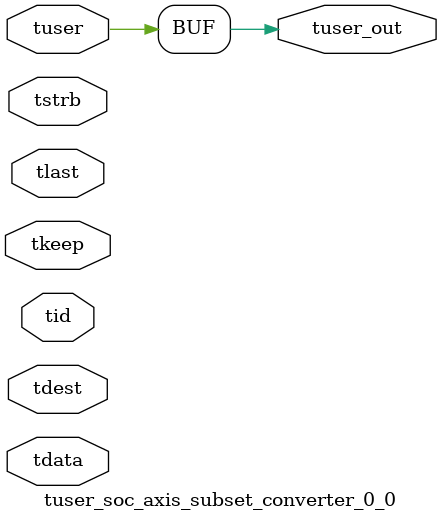
<source format=v>


`timescale 1ps/1ps

module tuser_soc_axis_subset_converter_0_0 #
(
parameter C_S_AXIS_TUSER_WIDTH = 1,
parameter C_S_AXIS_TDATA_WIDTH = 32,
parameter C_S_AXIS_TID_WIDTH   = 0,
parameter C_S_AXIS_TDEST_WIDTH = 0,
parameter C_M_AXIS_TUSER_WIDTH = 1
)
(
input  [(C_S_AXIS_TUSER_WIDTH == 0 ? 1 : C_S_AXIS_TUSER_WIDTH)-1:0     ] tuser,
input  [(C_S_AXIS_TDATA_WIDTH == 0 ? 1 : C_S_AXIS_TDATA_WIDTH)-1:0     ] tdata,
input  [(C_S_AXIS_TID_WIDTH   == 0 ? 1 : C_S_AXIS_TID_WIDTH)-1:0       ] tid,
input  [(C_S_AXIS_TDEST_WIDTH == 0 ? 1 : C_S_AXIS_TDEST_WIDTH)-1:0     ] tdest,
input  [(C_S_AXIS_TDATA_WIDTH/8)-1:0 ] tkeep,
input  [(C_S_AXIS_TDATA_WIDTH/8)-1:0 ] tstrb,
input                                                                    tlast,
output [C_M_AXIS_TUSER_WIDTH-1:0] tuser_out
);

assign tuser_out = {tuser[0:0]};

endmodule


</source>
